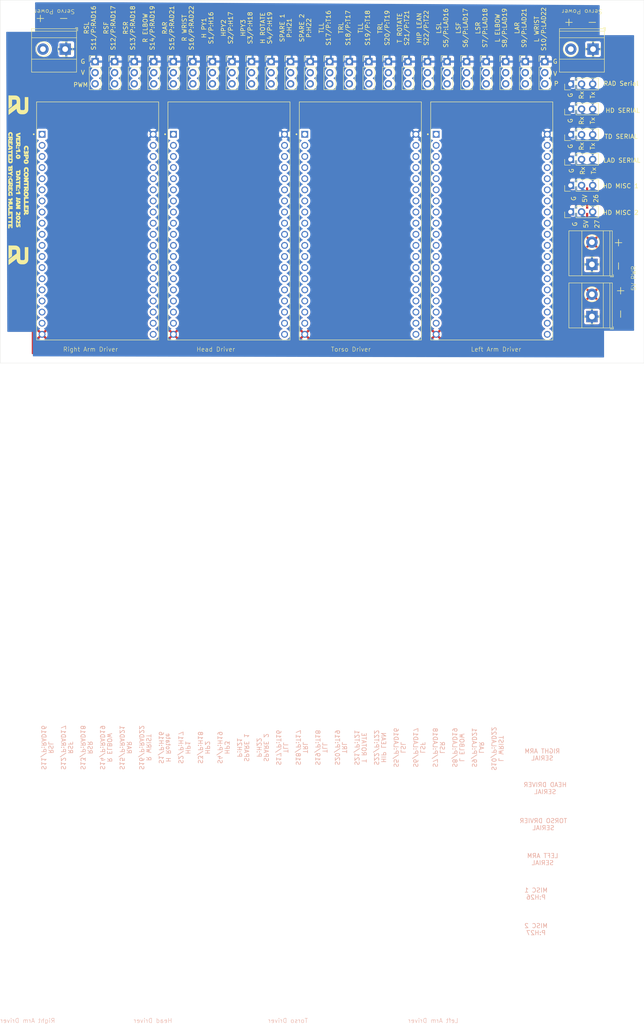
<source format=kicad_pcb>
(kicad_pcb (version 20240108) (generator "pcbnew") (generator_version "8.0")
  (layers (0 "F.Cu" signal) (1 "In1.Cu" signal) (2 "In2.Cu" signal) (31 "B.Cu" signal) (34 "B.Paste" user) (35 "F.Paste" user) (36 "B.SilkS" user "B.Silkscreen") (37 "F.SilkS" user "F.Silkscreen") (38 "B.Mask" user) (39 "F.Mask" user) (44 "Edge.Cuts" user))
  (net 0 "")
  (net 111 "GND")
  (net 112 "SVR_PWR")
  (net 113 "SRV_1")
  (net 114 "SRV_2")
  (net 115 "SRV_3")
  (net 116 "SRV_4")
  (net 117 "SRV_5")
  (net 118 "SRV_6")
  (net 119 "SRV_7")
  (net 120 "SRV_8")
  (net 121 "SRV_9")
  (net 122 "SRV_10")
  (net 123 "SRV_11")
  (net 124 "SRV_12")
  (net 125 "SRV_13")
  (net 126 "SRV_14")
  (net 127 "SRV_15")
  (net 128 "SRV_16")
  (net 129 "SRV_17")
  (net 130 "SRV_18")
  (net 131 "SRV_19")
  (net 132 "SRV_20")
  (net 133 "SRV_21")
  (net 134 "SRV_22")
  (net 135 "SPR_1")
  (net 136 "SPR_2")
  (net 137 "MISC_1")
  (net 138 "5V")
  (net 139 "MISC_2")
  (net 140 "H_TX")
  (net 141 "H_RX")
  (net 142 "LA_RX")
  (net 143 "LA_TX")
  (net 144 "RA_RX")
  (net 145 "RA_TX")
  (net 146 "T_TX")
  (net 147 "T_RX")
  (footprint "02-Logos:C3P0_Controller" (layer "F.Cu") (at 78.486 94.114931 -90)
    (property "Reference" "G***" (hide yes))
    (property "Value" "LOGO" (hide yes))
  )
  (footprint "Connector_PinHeader_2.54mm:PinHeader_1x03_P2.54mm_Vertical" (layer "F.Cu") (at 185.391025 67.005)
    (property "Reference" "J7" (hide yes))
    (property "Value" "Servo 7" (hide yes))
    (pad "1" thru_hole rect (at 0 0) (size 1.7 1.7) (drill 1) (layers "*.Cu" "*.Mask") (net 111 "GND"))
    (pad "2" thru_hole oval (at 0 2.54) (size 1.7 1.7) (drill 1) (layers "*.Cu" "*.Mask") (net 112 "SVR_PWR"))
    (pad "3" thru_hole oval (at 0 5.08) (size 1.7 1.7) (drill 1) (layers "*.Cu" "*.Mask") (net 119 "SRV_7"))
  )
  (footprint "Connector_PinHeader_2.54mm:PinHeader_1x03_P2.54mm_Vertical" (layer "F.Cu") (at 167.514301 67.005)
    (property "Reference" "J21" (hide yes))
    (property "Value" "Servo 21" (hide yes))
    (pad "1" thru_hole rect (at 0 0) (size 1.7 1.7) (drill 1) (layers "*.Cu" "*.Mask") (net 111 "GND"))
    (pad "2" thru_hole oval (at 0 2.54) (size 1.7 1.7) (drill 1) (layers "*.Cu" "*.Mask") (net 112 "SVR_PWR"))
    (pad "3" thru_hole oval (at 0 5.08) (size 1.7 1.7) (drill 1) (layers "*.Cu" "*.Mask") (net 133 "SRV_21"))
  )
  (footprint "01-Custom:MODULE_ESP32-DEVKITC-32D" (layer "F.Cu") (at 156.638 103.371)
    (property "Reference" "U3" (hide yes))
    (property "Value" "Torso Driver" (hide yes))
    (pad "J2-1" thru_hole rect (at -12.7 -19.76) (size 1.56 1.56) (drill 1.04) (layers "*.Cu" "*.Mask"))
    (pad "J2-2" thru_hole circle (at -12.7 -17.22) (size 1.56 1.56) (drill 1.04) (layers "*.Cu" "*.Mask"))
    (pad "J2-3" thru_hole circle (at -12.7 -14.68) (size 1.56 1.56) (drill 1.04) (layers "*.Cu" "*.Mask"))
    (pad "J2-4" thru_hole circle (at -12.7 -12.14) (size 1.56 1.56) (drill 1.04) (layers "*.Cu" "*.Mask"))
    (pad "J2-5" thru_hole circle (at -12.7 -9.6) (size 1.56 1.56) (drill 1.04) (layers "*.Cu" "*.Mask"))
    (pad "J2-6" thru_hole circle (at -12.7 -7.06) (size 1.56 1.56) (drill 1.04) (layers "*.Cu" "*.Mask"))
    (pad "J2-7" thru_hole circle (at -12.7 -4.52) (size 1.56 1.56) (drill 1.04) (layers "*.Cu" "*.Mask"))
    (pad "J2-8" thru_hole circle (at -12.7 -1.98) (size 1.56 1.56) (drill 1.04) (layers "*.Cu" "*.Mask"))
    (pad "J2-9" thru_hole circle (at -12.7 0.56) (size 1.56 1.56) (drill 1.04) (layers "*.Cu" "*.Mask"))
    (pad "J2-10" thru_hole circle (at -12.7 3.1) (size 1.56 1.56) (drill 1.04) (layers "*.Cu" "*.Mask"))
    (pad "J2-11" thru_hole circle (at -12.7 5.64) (size 1.56 1.56) (drill 1.04) (layers "*.Cu" "*.Mask"))
    (pad "J2-12" thru_hole circle (at -12.7 8.18) (size 1.56 1.56) (drill 1.04) (layers "*.Cu" "*.Mask"))
    (pad "J2-13" thru_hole circle (at -12.7 10.72) (size 1.56 1.56) (drill 1.04) (layers "*.Cu" "*.Mask"))
    (pad "J2-14" thru_hole circle (at -12.7 13.26) (size 1.56 1.56) (drill 1.04) (layers "*.Cu" "*.Mask"))
    (pad "J2-15" thru_hole circle (at -12.7 15.8) (size 1.56 1.56) (drill 1.04) (layers "*.Cu" "*.Mask"))
    (pad "J2-16" thru_hole circle (at -12.7 18.34) (size 1.56 1.56) (drill 1.04) (layers "*.Cu" "*.Mask"))
    (pad "J2-17" thru_hole circle (at -12.7 20.88) (size 1.56 1.56) (drill 1.04) (layers "*.Cu" "*.Mask"))
    (pad "J2-18" thru_hole circle (at -12.7 23.42) (size 1.56 1.56) (drill 1.04) (layers "*.Cu" "*.Mask"))
    (pad "J2-19" thru_hole circle (at -12.7 25.96) (size 1.56 1.56) (drill 1.04) (layers "*.Cu" "*.Mask") (net 138 "5V"))
    (pad "J3-1" thru_hole circle (at 12.7 -19.76) (size 1.56 1.56) (drill 1.04) (layers "*.Cu" "*.Mask") (net 111 "GND"))
    (pad "J3-2" thru_hole circle (at 12.7 -17.22) (size 1.56 1.56) (drill 1.04) (layers "*.Cu" "*.Mask"))
    (pad "J3-3" thru_hole circle (at 12.7 -14.68) (size 1.56 1.56) (drill 1.04) (layers "*.Cu" "*.Mask") (net 134 "SRV_22"))
    (pad "J3-4" thru_hole circle (at 12.7 -12.14) (size 1.56 1.56) (drill 1.04) (layers "*.Cu" "*.Mask") (net 146 "T_TX"))
    (pad "J3-5" thru_hole circle (at 12.7 -9.6) (size 1.56 1.56) (drill 1.04) (layers "*.Cu" "*.Mask") (net 147 "T_RX"))
    (pad "J3-6" thru_hole circle (at 12.7 -7.06) (size 1.56 1.56) (drill 1.04) (layers "*.Cu" "*.Mask") (net 133 "SRV_21"))
    (pad "J3-7" thru_hole circle (at 12.7 -4.52) (size 1.56 1.56) (drill 1.04) (layers "*.Cu" "*.Mask"))
    (pad "J3-8" thru_hole circle (at 12.7 -1.98) (size 1.56 1.56) (drill 1.04) (layers "*.Cu" "*.Mask") (net 132 "SRV_20"))
    (pad "J3-9" thru_hole circle (at 12.7 0.56) (size 1.56 1.56) (drill 1.04) (layers "*.Cu" "*.Mask") (net 131 "SRV_19"))
    (pad "J3-10" thru_hole circle (at 12.7 3.1) (size 1.56 1.56) (drill 1.04) (layers "*.Cu" "*.Mask"))
    (pad "J3-11" thru_hole circle (at 12.7 5.64) (size 1.56 1.56) (drill 1.04) (layers "*.Cu" "*.Mask") (net 130 "SRV_18"))
    (pad "J3-12" thru_hole circle (at 12.7 8.18) (size 1.56 1.56) (drill 1.04) (layers "*.Cu" "*.Mask") (net 129 "SRV_17"))
    (pad "J3-13" thru_hole circle (at 12.7 10.72) (size 1.56 1.56) (drill 1.04) (layers "*.Cu" "*.Mask"))
    (pad "J3-14" thru_hole circle (at 12.7 13.26) (size 1.56 1.56) (drill 1.04) (layers "*.Cu" "*.Mask"))
    (pad "J3-15" thru_hole circle (at 12.7 15.8) (size 1.56 1.56) (drill 1.04) (layers "*.Cu" "*.Mask"))
    (pad "J3-16" thru_hole circle (at 12.7 18.34) (size 1.56 1.56) (drill 1.04) (layers "*.Cu" "*.Mask"))
    (pad "J3-17" thru_hole circle (at 12.7 20.88) (size 1.56 1.56) (drill 1.04) (layers "*.Cu" "*.Mask"))
    (pad "J3-18" thru_hole circle (at 12.7 23.42) (size 1.56 1.56) (drill 1.04) (layers "*.Cu" "*.Mask"))
    (pad "J3-19" thru_hole circle (at 12.7 25.96) (size 1.56 1.56) (drill 1.04) (layers "*.Cu" "*.Mask"))
  )
  (footprint "Connector_PinHeader_2.54mm:PinHeader_1x03_P2.54mm_Vertical" (layer "F.Cu") (at 118.35331 67.005)
    (property "Reference" "J16" (hide yes))
    (property "Value" "Servo 16" (hide yes))
    (pad "1" thru_hole rect (at 0 0) (size 1.7 1.7) (drill 1) (layers "*.Cu" "*.Mask") (net 111 "GND"))
    (pad "2" thru_hole oval (at 0 2.54) (size 1.7 1.7) (drill 1) (layers "*.Cu" "*.Mask") (net 112 "SVR_PWR"))
    (pad "3" thru_hole oval (at 0 5.08) (size 1.7 1.7) (drill 1) (layers "*.Cu" "*.Mask") (net 128 "SRV_16"))
  )
  (footprint "Connector_PinHeader_2.54mm:PinHeader_1x03_P2.54mm_Vertical" (layer "F.Cu") (at 176.452663 67.005)
    (property "Reference" "J5" (hide yes))
    (property "Value" "Servo 5" (hide yes))
    (pad "1" thru_hole rect (at 0 0) (size 1.7 1.7) (drill 1) (layers "*.Cu" "*.Mask") (net 111 "GND"))
    (pad "2" thru_hole oval (at 0 2.54) (size 1.7 1.7) (drill 1) (layers "*.Cu" "*.Mask") (net 112 "SVR_PWR"))
    (pad "3" thru_hole oval (at 0 5.08) (size 1.7 1.7) (drill 1) (layers "*.Cu" "*.Mask") (net 117 "SRV_5"))
  )
  (footprint "01-Custom:MODULE_ESP32-DEVKITC-32D" (layer "F.Cu") (at 96.588 103.371)
    (property "Reference" "U1" (hide yes))
    (property "Value" "Right Arm Driver" (hide yes))
    (pad "J2-1" thru_hole rect (at -12.7 -19.76) (size 1.56 1.56) (drill 1.04) (layers "*.Cu" "*.Mask"))
    (pad "J2-2" thru_hole circle (at -12.7 -17.22) (size 1.56 1.56) (drill 1.04) (layers "*.Cu" "*.Mask"))
    (pad "J2-3" thru_hole circle (at -12.7 -14.68) (size 1.56 1.56) (drill 1.04) (layers "*.Cu" "*.Mask"))
    (pad "J2-4" thru_hole circle (at -12.7 -12.14) (size 1.56 1.56) (drill 1.04) (layers "*.Cu" "*.Mask"))
    (pad "J2-5" thru_hole circle (at -12.7 -9.6) (size 1.56 1.56) (drill 1.04) (layers "*.Cu" "*.Mask"))
    (pad "J2-6" thru_hole circle (at -12.7 -7.06) (size 1.56 1.56) (drill 1.04) (layers "*.Cu" "*.Mask"))
    (pad "J2-7" thru_hole circle (at -12.7 -4.52) (size 1.56 1.56) (drill 1.04) (layers "*.Cu" "*.Mask"))
    (pad "J2-8" thru_hole circle (at -12.7 -1.98) (size 1.56 1.56) (drill 1.04) (layers "*.Cu" "*.Mask"))
    (pad "J2-9" thru_hole circle (at -12.7 0.56) (size 1.56 1.56) (drill 1.04) (layers "*.Cu" "*.Mask"))
    (pad "J2-10" thru_hole circle (at -12.7 3.1) (size 1.56 1.56) (drill 1.04) (layers "*.Cu" "*.Mask"))
    (pad "J2-11" thru_hole circle (at -12.7 5.64) (size 1.56 1.56) (drill 1.04) (layers "*.Cu" "*.Mask"))
    (pad "J2-12" thru_hole circle (at -12.7 8.18) (size 1.56 1.56) (drill 1.04) (layers "*.Cu" "*.Mask"))
    (pad "J2-13" thru_hole circle (at -12.7 10.72) (size 1.56 1.56) (drill 1.04) (layers "*.Cu" "*.Mask"))
    (pad "J2-14" thru_hole circle (at -12.7 13.26) (size 1.56 1.56) (drill 1.04) (layers "*.Cu" "*.Mask"))
    (pad "J2-15" thru_hole circle (at -12.7 15.8) (size 1.56 1.56) (drill 1.04) (layers "*.Cu" "*.Mask"))
    (pad "J2-16" thru_hole circle (at -12.7 18.34) (size 1.56 1.56) (drill 1.04) (layers "*.Cu" "*.Mask"))
    (pad "J2-17" thru_hole circle (at -12.7 20.88) (size 1.56 1.56) (drill 1.04) (layers "*.Cu" "*.Mask"))
    (pad "J2-18" thru_hole circle (at -12.7 23.42) (size 1.56 1.56) (drill 1.04) (layers "*.Cu" "*.Mask"))
    (pad "J2-19" thru_hole circle (at -12.7 25.96) (size 1.56 1.56) (drill 1.04) (layers "*.Cu" "*.Mask") (net 138 "5V"))
    (pad "J3-1" thru_hole circle (at 12.7 -19.76) (size 1.56 1.56) (drill 1.04) (layers "*.Cu" "*.Mask") (net 111 "GND"))
    (pad "J3-2" thru_hole circle (at 12.7 -17.22) (size 1.56 1.56) (drill 1.04) (layers "*.Cu" "*.Mask"))
    (pad "J3-3" thru_hole circle (at 12.7 -14.68) (size 1.56 1.56) (drill 1.04) (layers "*.Cu" "*.Mask") (net 128 "SRV_16"))
    (pad "J3-4" thru_hole circle (at 12.7 -12.14) (size 1.56 1.56) (drill 1.04) (layers "*.Cu" "*.Mask") (net 145 "RA_TX"))
    (pad "J3-5" thru_hole circle (at 12.7 -9.6) (size 1.56 1.56) (drill 1.04) (layers "*.Cu" "*.Mask") (net 144 "RA_RX"))
    (pad "J3-6" thru_hole circle (at 12.7 -7.06) (size 1.56 1.56) (drill 1.04) (layers "*.Cu" "*.Mask") (net 127 "SRV_15"))
    (pad "J3-7" thru_hole circle (at 12.7 -4.52) (size 1.56 1.56) (drill 1.04) (layers "*.Cu" "*.Mask"))
    (pad "J3-8" thru_hole circle (at 12.7 -1.98) (size 1.56 1.56) (drill 1.04) (layers "*.Cu" "*.Mask") (net 126 "SRV_14"))
    (pad "J3-9" thru_hole circle (at 12.7 0.56) (size 1.56 1.56) (drill 1.04) (layers "*.Cu" "*.Mask") (net 125 "SRV_13"))
    (pad "J3-10" thru_hole circle (at 12.7 3.1) (size 1.56 1.56) (drill 1.04) (layers "*.Cu" "*.Mask"))
    (pad "J3-11" thru_hole circle (at 12.7 5.64) (size 1.56 1.56) (drill 1.04) (layers "*.Cu" "*.Mask") (net 124 "SRV_12"))
    (pad "J3-12" thru_hole circle (at 12.7 8.18) (size 1.56 1.56) (drill 1.04) (layers "*.Cu" "*.Mask") (net 123 "SRV_11"))
    (pad "J3-13" thru_hole circle (at 12.7 10.72) (size 1.56 1.56) (drill 1.04) (layers "*.Cu" "*.Mask"))
    (pad "J3-14" thru_hole circle (at 12.7 13.26) (size 1.56 1.56) (drill 1.04) (layers "*.Cu" "*.Mask"))
    (pad "J3-15" thru_hole circle (at 12.7 15.8) (size 1.56 1.56) (drill 1.04) (layers "*.Cu" "*.Mask"))
    (pad "J3-16" thru_hole circle (at 12.7 18.34) (size 1.56 1.56) (drill 1.04) (layers "*.Cu" "*.Mask"))
    (pad "J3-17" thru_hole circle (at 12.7 20.88) (size 1.56 1.56) (drill 1.04) (layers "*.Cu" "*.Mask"))
    (pad "J3-18" thru_hole circle (at 12.7 23.42) (size 1.56 1.56) (drill 1.04) (layers "*.Cu" "*.Mask"))
    (pad "J3-19" thru_hole circle (at 12.7 25.96) (size 1.56 1.56) (drill 1.04) (layers "*.Cu" "*.Mask"))
  )
  (footprint "Connector_PinHeader_2.54mm:PinHeader_1x03_P2.54mm_Vertical" (layer "F.Cu") (at 204.66 77.856 90)
    (property "Reference" "J30" (hide yes))
    (property "Value" "Head Serial" (hide yes))
    (pad "1" thru_hole rect (at 0 0 90) (size 1.7 1.7) (drill 1) (layers "*.Cu" "*.Mask") (net 111 "GND"))
    (pad "2" thru_hole oval (at 0 2.54 90) (size 1.7 1.7) (drill 1) (layers "*.Cu" "*.Mask") (net 141 "H_RX"))
    (pad "3" thru_hole oval (at 0 5.08 90) (size 1.7 1.7) (drill 1) (layers "*.Cu" "*.Mask") (net 140 "H_TX"))
  )
  (footprint "MountingHole:MountingHole_3.2mm_M3" (layer "F.Cu") (at 216.154 132.334)
    (property "Reference" "REF**" (hide yes))
    (property "Value" "MountingHole_3.2mm_M3" (hide yes))
    (pad "" np_thru_hole circle (at 0 0) (size 3.2 3.2) (drill 3.2) (layers "F&B.Cu" "*.Mask"))
  )
  (footprint "Connector_PinHeader_2.54mm:PinHeader_1x03_P2.54mm_Vertical" (layer "F.Cu") (at 113.884129 67.005)
    (property "Reference" "J15" (hide yes))
    (property "Value" "Servo 15" (hide yes))
    (pad "1" thru_hole rect (at 0 0) (size 1.7 1.7) (drill 1) (layers "*.Cu" "*.Mask") (net 111 "GND"))
    (pad "2" thru_hole oval (at 0 2.54) (size 1.7 1.7) (drill 1) (layers "*.Cu" "*.Mask") (net 112 "SVR_PWR"))
    (pad "3" thru_hole oval (at 0 5.08) (size 1.7 1.7) (drill 1) (layers "*.Cu" "*.Mask") (net 127 "SRV_15"))
  )
  (footprint "Connector_PinHeader_2.54mm:PinHeader_1x03_P2.54mm_Vertical" (layer "F.Cu") (at 163.04512 67.005)
    (property "Reference" "J20" (hide yes))
    (property "Value" "Servo 20" (hide yes))
    (pad "1" thru_hole rect (at 0 0) (size 1.7 1.7) (drill 1) (layers "*.Cu" "*.Mask") (net 111 "GND"))
    (pad "2" thru_hole oval (at 0 2.54) (size 1.7 1.7) (drill 1) (layers "*.Cu" "*.Mask") (net 112 "SVR_PWR"))
    (pad "3" thru_hole oval (at 0 5.08) (size 1.7 1.7) (drill 1) (layers "*.Cu" "*.Mask") (net 132 "SRV_20"))
  )
  (footprint "Connector_PinHeader_2.54mm:PinHeader_1x03_P2.54mm_Vertical" (layer "F.Cu") (at 127.291672 67.005)
    (property "Reference" "J2" (hide yes))
    (property "Value" "Servo 2" (hide yes))
    (pad "1" thru_hole rect (at 0 0) (size 1.7 1.7) (drill 1) (layers "*.Cu" "*.Mask") (net 111 "GND"))
    (pad "2" thru_hole oval (at 0 2.54) (size 1.7 1.7) (drill 1) (layers "*.Cu" "*.Mask") (net 112 "SVR_PWR"))
    (pad "3" thru_hole oval (at 0 5.08) (size 1.7 1.7) (drill 1) (layers "*.Cu" "*.Mask") (net 114 "SRV_2"))
  )
  (footprint "TerminalBlock_Phoenix:TerminalBlock_Phoenix_MKDS-1,5-2-5.08_1x02_P5.08mm_Horizontal" (layer "F.Cu") (at 89.171 64.155 180)
    (property "Reference" "J50" (hide yes))
    (property "Value" "Servo Power Input" (hide yes))
    (pad "1" thru_hole rect (at 0 0 180) (size 2.6 2.6) (drill 1.3) (layers "*.Cu" "*.Mask") (net 111 "GND"))
    (pad "2" thru_hole circle (at 5.08 0 180) (size 2.6 2.6) (drill 1.3) (layers "*.Cu" "*.Mask") (net 112 "SVR_PWR"))
  )
  (footprint "Connector_PinHeader_2.54mm:PinHeader_1x03_P2.54mm_Vertical" (layer "F.Cu") (at 158.575939 67.005)
    (property "Reference" "J19" (hide yes))
    (property "Value" "Servo 19" (hide yes))
    (pad "1" thru_hole rect (at 0 0) (size 1.7 1.7) (drill 1) (layers "*.Cu" "*.Mask") (net 111 "GND"))
    (pad "2" thru_hole oval (at 0 2.54) (size 1.7 1.7) (drill 1) (layers "*.Cu" "*.Mask") (net 112 "SVR_PWR"))
    (pad "3" thru_hole oval (at 0 5.08) (size 1.7 1.7) (drill 1) (layers "*.Cu" "*.Mask") (net 131 "SRV_19"))
  )
  (footprint "Connector_PinHeader_2.54mm:PinHeader_1x03_P2.54mm_Vertical" (layer "F.Cu") (at 104.945767 67.005)
    (property "Reference" "J13" (hide yes))
    (property "Value" "Servo 13" (hide yes))
    (pad "1" thru_hole rect (at 0 0) (size 1.7 1.7) (drill 1) (layers "*.Cu" "*.Mask") (net 111 "GND"))
    (pad "2" thru_hole oval (at 0 2.54) (size 1.7 1.7) (drill 1) (layers "*.Cu" "*.Mask") (net 112 "SVR_PWR"))
    (pad "3" thru_hole oval (at 0 5.08) (size 1.7 1.7) (drill 1) (layers "*.Cu" "*.Mask") (net 125 "SRV_13"))
  )
  (footprint "Connector_PinHeader_2.54mm:PinHeader_1x03_P2.54mm_Vertical" (layer "F.Cu") (at 204.66 83.718 90)
    (property "Reference" "J33" (hide yes))
    (property "Value" "Torso Serial" (hide yes))
    (pad "1" thru_hole rect (at 0 0 90) (size 1.7 1.7) (drill 1) (layers "*.Cu" "*.Mask") (net 111 "GND"))
    (pad "2" thru_hole oval (at 0 2.54 90) (size 1.7 1.7) (drill 1) (layers "*.Cu" "*.Mask") (net 147 "T_RX"))
    (pad "3" thru_hole oval (at 0 5.08 90) (size 1.7 1.7) (drill 1) (layers "*.Cu" "*.Mask") (net 146 "T_TX"))
  )
  (footprint "Connector_PinHeader_2.54mm:PinHeader_1x03_P2.54mm_Vertical" (layer "F.Cu") (at 145.168396 67.005)
    (property "Reference" "J24" (hide yes))
    (property "Value" "SPARE Servo 1" (hide yes))
    (pad "1" thru_hole rect (at 0 0) (size 1.7 1.7) (drill 1) (layers "*.Cu" "*.Mask") (net 111 "GND"))
    (pad "2" thru_hole oval (at 0 2.54) (size 1.7 1.7) (drill 1) (layers "*.Cu" "*.Mask") (net 112 "SVR_PWR"))
    (pad "3" thru_hole oval (at 0 5.08) (size 1.7 1.7) (drill 1) (layers "*.Cu" "*.Mask") (net 136 "SPR_2"))
  )
  (footprint "Connector_PinHeader_2.54mm:PinHeader_1x03_P2.54mm_Vertical" (layer "F.Cu") (at 96.007405 67.005)
    (property "Reference" "J11" (hide yes))
    (property "Value" "Servo 11" (hide yes))
    (pad "1" thru_hole rect (at 0 0) (size 1.7 1.7) (drill 1) (layers "*.Cu" "*.Mask") (net 111 "GND"))
    (pad "2" thru_hole oval (at 0 2.54) (size 1.7 1.7) (drill 1) (layers "*.Cu" "*.Mask") (net 112 "SVR_PWR"))
    (pad "3" thru_hole oval (at 0 5.08) (size 1.7 1.7) (drill 1) (layers "*.Cu" "*.Mask") (net 123 "SRV_11"))
  )
  (footprint "Connector_PinHeader_2.54mm:PinHeader_1x03_P2.54mm_Vertical" (layer "F.Cu") (at 204.66 101.356 90)
    (property "Reference" "J26" (hide yes))
    (property "Value" "Misc 2" (hide yes))
    (pad "1" thru_hole rect (at 0 0 90) (size 1.7 1.7) (drill 1) (layers "*.Cu" "*.Mask") (net 111 "GND"))
    (pad "2" thru_hole oval (at 0 2.54 90) (size 1.7 1.7) (drill 1) (layers "*.Cu" "*.Mask") (net 138 "5V"))
    (pad "3" thru_hole oval (at 0 5.08 90) (size 1.7 1.7) (drill 1) (layers "*.Cu" "*.Mask") (net 139 "MISC_2"))
  )
  (footprint "Connector_PinHeader_2.54mm:PinHeader_1x03_P2.54mm_Vertical" (layer "F.Cu") (at 171.983482 67.005)
    (property "Reference" "J22" (hide yes))
    (property "Value" "Servo 22" (hide yes))
    (pad "1" thru_hole rect (at 0 0) (size 1.7 1.7) (drill 1) (layers "*.Cu" "*.Mask") (net 111 "GND"))
    (pad "2" thru_hole oval (at 0 2.54) (size 1.7 1.7) (drill 1) (layers "*.Cu" "*.Mask") (net 112 "SVR_PWR"))
    (pad "3" thru_hole oval (at 0 5.08) (size 1.7 1.7) (drill 1) (layers "*.Cu" "*.Mask") (net 134 "SRV_22"))
  )
  (footprint "Connector_PinHeader_2.54mm:PinHeader_1x03_P2.54mm_Vertical" (layer "F.Cu") (at 180.921844 67.005)
    (property "Reference" "J6" (hide yes))
    (property "Value" "Servo 6" (hide yes))
    (pad "1" thru_hole rect (at 0 0) (size 1.7 1.7) (drill 1) (layers "*.Cu" "*.Mask") (net 111 "GND"))
    (pad "2" thru_hole oval (at 0 2.54) (size 1.7 1.7) (drill 1) (layers "*.Cu" "*.Mask") (net 112 "SVR_PWR"))
    (pad "3" thru_hole oval (at 0 5.08) (size 1.7 1.7) (drill 1) (layers "*.Cu" "*.Mask") (net 118 "SRV_6"))
  )
  (footprint "01-Custom:MODULE_ESP32-DEVKITC-32D" (layer "F.Cu") (at 186.663 103.371)
    (property "Reference" "U4" (hide yes))
    (property "Value" "Left Arm Driver" (hide yes))
    (pad "J2-1" thru_hole rect (at -12.7 -19.76) (size 1.56 1.56) (drill 1.04) (layers "*.Cu" "*.Mask"))
    (pad "J2-2" thru_hole circle (at -12.7 -17.22) (size 1.56 1.56) (drill 1.04) (layers "*.Cu" "*.Mask"))
    (pad "J2-3" thru_hole circle (at -12.7 -14.68) (size 1.56 1.56) (drill 1.04) (layers "*.Cu" "*.Mask"))
    (pad "J2-4" thru_hole circle (at -12.7 -12.14) (size 1.56 1.56) (drill 1.04) (layers "*.Cu" "*.Mask"))
    (pad "J2-5" thru_hole circle (at -12.7 -9.6) (size 1.56 1.56) (drill 1.04) (layers "*.Cu" "*.Mask"))
    (pad "J2-6" thru_hole circle (at -12.7 -7.06) (size 1.56 1.56) (drill 1.04) (layers "*.Cu" "*.Mask"))
    (pad "J2-7" thru_hole circle (at -12.7 -4.52) (size 1.56 1.56) (drill 1.04) (layers "*.Cu" "*.Mask"))
    (pad "J2-8" thru_hole circle (at -12.7 -1.98) (size 1.56 1.56) (drill 1.04) (layers "*.Cu" "*.Mask"))
    (pad "J2-9" thru_hole circle (at -12.7 0.56) (size 1.56 1.56) (drill 1.04) (layers "*.Cu" "*.Mask"))
    (pad "J2-10" thru_hole circle (at -12.7 3.1) (size 1.56 1.56) (drill 1.04) (layers "*.Cu" "*.Mask"))
    (pad "J2-11" thru_hole circle (at -12.7 5.64) (size 1.56 1.56) (drill 1.04) (layers "*.Cu" "*.Mask"))
    (pad "J2-12" thru_hole circle (at -12.7 8.18) (size 1.56 1.56) (drill 1.04) (layers "*.Cu" "*.Mask"))
    (pad "J2-13" thru_hole circle (at -12.7 10.72) (size 1.56 1.56) (drill 1.04) (layers "*.Cu" "*.Mask"))
    (pad "J2-14" thru_hole circle (at -12.7 13.26) (size 1.56 1.56) (drill 1.04) (layers "*.Cu" "*.Mask"))
    (pad "J2-15" thru_hole circle (at -12.7 15.8) (size 1.56 1.56) (drill 1.04) (layers "*.Cu" "*.Mask"))
    (pad "J2-16" thru_hole circle (at -12.7 18.34) (size 1.56 1.56) (drill 1.04) (layers "*.Cu" "*.Mask"))
    (pad "J2-17" thru_hole circle (at -12.7 20.88) (size 1.56 1.56) (drill 1.04) (layers "*.Cu" "*.Mask"))
    (pad "J2-18" thru_hole circle (at -12.7 23.42) (size 1.56 1.56) (drill 1.04) (layers "*.Cu" "*.Mask"))
    (pad "J2-19" thru_hole circle (at -12.7 25.96) (size 1.56 1.56) (drill 1.04) (layers "*.Cu" "*.Mask") (net 138 "5V"))
    (pad "J3-1" thru_hole circle (at 12.7 -19.76) (size 1.56 1.56) (drill 1.04) (layers "*.Cu" "*.Mask") (net 111 "GND"))
    (pad "J3-2" thru_hole circle (at 12.7 -17.22) (size 1.56 1.56) (drill 1.04) (layers "*.Cu" "*.Mask"))
    (pad "J3-3" thru_hole circle (at 12.7 -14.68) (size 1.56 1.56) (drill 1.04) (layers "*.Cu" "*.Mask") (net 122 "SRV_10"))
    (pad "J3-4" thru_hole circle (at 12.7 -12.14) (size 1.56 1.56) (drill 1.04) (layers "*.Cu" "*.Mask") (net 143 "LA_TX"))
    (pad "J3-5" thru_hole circle (at 12.7 -9.6) (size 1.56 1.56) (drill 1.04) (layers "*.Cu" "*.Mask") (net 142 "LA_RX"))
    (pad "J3-6" thru_hole circle (at 12.7 -7.06) (size 1.56 1.56) (drill 1.04) (layers "*.Cu" "*.Mask") (net 121 "SRV_9"))
    (pad "J3-7" thru_hole circle (at 12.7 -4.52) (size 1.56 1.56) (drill 1.04) (layers "*.Cu" "*.Mask"))
    (pad "J3-8" thru_hole circle (at 12.7 -1.98) (size 1.56 1.56) (drill 1.04) (layers "*.Cu" "*.Mask") (net 120 "SRV_8"))
    (pad "J3-9" thru_hole circle (at 12.7 0.56) (size 1.56 1.56) (drill 1.04) (layers "*.Cu" "*.Mask") (net 119 "SRV_7"))
    (pad "J3-10" thru_hole circle (at 12.7 3.1) (size 1.56 1.56) (drill 1.04) (layers "*.Cu" "*.Mask"))
    (pad "J3-11" thru_hole circle (at 12.7 5.64) (size 1.56 1.56) (drill 1.04) (layers "*.Cu" "*.Mask") (net 118 "SRV_6"))
    (pad "J3-12" thru_hole circle (at 12.7 8.18) (size 1.56 1.56) (drill 1.04) (layers "*.Cu" "*.Mask") (net 117 "SRV_5"))
    (pad "J3-13" thru_hole circle (at 12.7 10.72) (size 1.56 1.56) (drill 1.04) (layers "*.Cu" "*.Mask"))
    (pad "J3-14" thru_hole circle (at 12.7 13.26) (size 1.56 1.56) (drill 1.04) (layers "*.Cu" "*.Mask"))
    (pad "J3-15" thru_hole circle (at 12.7 15.8) (size 1.56 1.56) (drill 1.04) (layers "*.Cu" "*.Mask"))
    (pad "J3-16" thru_hole circle (at 12.7 18.34) (size 1.56 1.56) (drill 1.04) (layers "*.Cu" "*.Mask"))
    (pad "J3-17" thru_hole circle (at 12.7 20.88) (size 1.56 1.56) (drill 1.04) (layers "*.Cu" "*.Mask"))
    (pad "J3-18" thru_hole circle (at 12.7 23.42) (size 1.56 1.56) (drill 1.04) (layers "*.Cu" "*.Mask"))
    (pad "J3-19" thru_hole circle (at 12.7 25.96) (size 1.56 1.56) (drill 1.04) (layers "*.Cu" "*.Mask"))
  )
  (footprint "Connector_PinHeader_2.54mm:PinHeader_1x03_P2.54mm_Vertical" (layer "F.Cu") (at 204.66 72.1355 90)
    (property "Reference" "J32" (hide yes))
    (property "Value" "Right Arm Serial" (hide yes))
    (pad "1" thru_hole rect (at 0 0 90) (size 1.7 1.7) (drill 1) (layers "*.Cu" "*.Mask") (net 111 "GND"))
    (pad "2" thru_hole oval (at 0 2.54 90) (size 1.7 1.7) (drill 1) (layers "*.Cu" "*.Mask") (net 144 "RA_RX"))
    (pad "3" thru_hole oval (at 0 5.08 90) (size 1.7 1.7) (drill 1) (layers "*.Cu" "*.Mask") (net 145 "RA_TX"))
  )
  (footprint "Connector_PinHeader_2.54mm:PinHeader_1x03_P2.54mm_Vertical" (layer "F.Cu") (at 131.760853 67.005)
    (property "Reference" "J3" (hide yes))
    (property "Value" "Servo 3" (hide yes))
    (pad "1" thru_hole rect (at 0 0) (size 1.7 1.7) (drill 1) (layers "*.Cu" "*.Mask") (net 111 "GND"))
    (pad "2" thru_hole oval (at 0 2.54) (size 1.7 1.7) (drill 1) (layers "*.Cu" "*.Mask") (net 112 "SVR_PWR"))
    (pad "3" thru_hole oval (at 0 5.08) (size 1.7 1.7) (drill 1) (layers "*.Cu" "*.Mask") (net 115 "SRV_3"))
  )
  (footprint "Connector_PinHeader_2.54mm:PinHeader_1x03_P2.54mm_Vertical" (layer "F.Cu") (at 122.822491 67.005)
    (property "Reference" "J1" (hide yes))
    (property "Value" "Servo 1" (hide yes))
    (pad "1" thru_hole rect (at 0 0) (size 1.7 1.7) (drill 1) (layers "*.Cu" "*.Mask") (net 111 "GND"))
    (pad "2" thru_hole oval (at 0 2.54) (size 1.7 1.7) (drill 1) (layers "*.Cu" "*.Mask") (net 112 "SVR_PWR"))
    (pad "3" thru_hole oval (at 0 5.08) (size 1.7 1.7) (drill 1) (layers "*.Cu" "*.Mask") (net 113 "SRV_1"))
  )
  (footprint "Connector_PinHeader_2.54mm:PinHeader_1x03_P2.54mm_Vertical" (layer "F.Cu") (at 154.106758 67.005)
    (property "Reference" "J18" (hide yes))
    (property "Value" "Servo 18" (hide yes))
    (pad "1" thru_hole rect (at 0 0) (size 1.7 1.7) (drill 1) (layers "*.Cu" "*.Mask") (net 111 "GND"))
    (pad "2" thru_hole oval (at 0 2.54) (size 1.7 1.7) (drill 1) (layers "*.Cu" "*.Mask") (net 112 "SVR_PWR"))
    (pad "3" thru_hole oval (at 0 5.08) (size 1.7 1.7) (drill 1) (layers "*.Cu" "*.Mask") (net 130 "SRV_18"))
  )
  (footprint "Connector_PinHeader_2.54mm:PinHeader_1x03_P2.54mm_Vertical" (layer "F.Cu") (at 140.699215 67.005)
    (property "Reference" "J23" (hide yes))
    (property "Value" "Spare Servo 1" (hide yes))
    (pad "1" thru_hole rect (at 0 0) (size 1.7 1.7) (drill 1) (layers "*.Cu" "*.Mask") (net 111 "GND"))
    (pad "2" thru_hole oval (at 0 2.54) (size 1.7 1.7) (drill 1) (layers "*.Cu" "*.Mask") (net 112 "SVR_PWR"))
    (pad "3" thru_hole oval (at 0 5.08) (size 1.7 1.7) (drill 1) (layers "*.Cu" "*.Mask") (net 135 "SPR_1"))
  )
  (footprint "Connector_PinHeader_2.54mm:PinHeader_1x03_P2.54mm_Vertical" (layer "F.Cu") (at 136.230034 67.005)
    (property "Reference" "J4" (hide yes))
    (property "Value" "Servo 4" (hide yes))
    (pad "1" thru_hole rect (at 0 0) (size 1.7 1.7) (drill 1) (layers "*.Cu" "*.Mask") (net 111 "GND"))
    (pad "2" thru_hole oval (at 0 2.54) (size 1.7 1.7) (drill 1) (layers "*.Cu" "*.Mask") (net 112 "SVR_PWR"))
    (pad "3" thru_hole oval (at 0 5.08) (size 1.7 1.7) (drill 1) (layers "*.Cu" "*.Mask") (net 116 "SRV_4"))
  )
  (footprint "MountingHole:MountingHole_3.2mm_M3" (layer "F.Cu") (at 77.978 132.334)
    (property "Reference" "REF**" (hide yes))
    (property "Value" "MountingHole_3.2mm_M3" (hide yes))
    (pad "" np_thru_hole circle (at 0 0) (size 3.2 3.2) (drill 3.2) (layers "F&B.Cu" "*.Mask"))
  )
  (footprint "Connector_PinHeader_2.54mm:PinHeader_1x03_P2.54mm_Vertical" (layer "F.Cu") (at 149.637577 67.005)
    (property "Reference" "J17" (hide yes))
    (property "Value" "Servo 17" (hide yes))
    (pad "1" thru_hole rect (at 0 0) (size 1.7 1.7) (drill 1) (layers "*.Cu" "*.Mask") (net 111 "GND"))
    (pad "2" thru_hole oval (at 0 2.54) (size 1.7 1.7) (drill 1) (layers "*.Cu" "*.Mask") (net 112 "SVR_PWR"))
    (pad "3" thru_hole oval (at 0 5.08) (size 1.7 1.7) (drill 1) (layers "*.Cu" "*.Mask") (net 129 "SRV_17"))
  )
  (footprint "TerminalBlock_Phoenix:TerminalBlock_Phoenix_MKDS-1,5-2-5.08_1x02_P5.08mm_Horizontal" (layer "F.Cu") (at 209.567 125.267 90)
    (property "Reference" "J51" (hide yes))
    (property "Value" "5V Input" (hide yes))
    (pad "1" thru_hole rect (at 0 0 90) (size 2.6 2.6) (drill 1.3) (layers "*.Cu" "*.Mask") (net 111 "GND"))
    (pad "2" thru_hole circle (at 5.08 0 90) (size 2.6 2.6) (drill 1.3) (layers "*.Cu" "*.Mask") (net 138 "5V"))
  )
  (footprint "02-Logos:R2_Logo_V2" (layer "F.Cu") (at 78.132372 76.962 -90)
    (property "Reference" "G***" (hide yes))
    (property "Value" "LOGO" (hide yes))
  )
  (footprint "TerminalBlock_Phoenix:TerminalBlock_Phoenix_MKDS-1,5-2-5.08_1x02_P5.08mm_Horizontal" (layer "F.Cu") (at 209.821 64.155 180)
    (property "Reference" "J27" (hide yes))
    (property "Value" "Servo Power Input" (hide yes))
    (pad "1" thru_hole rect (at 0 0 180) (size 2.6 2.6) (drill 1.3) (layers "*.Cu" "*.Mask") (net 111 "GND"))
    (pad "2" thru_hole circle (at 5.08 0 180) (size 2.6 2.6) (drill 1.3) (layers "*.Cu" "*.Mask") (net 112 "SVR_PWR"))
  )
  (footprint "MountingHole:MountingHole_3.2mm_M3" (layer "F.Cu") (at 216.154 56.642)
    (property "Reference" "REF**" (hide yes))
    (property "Value" "MountingHole_3.2mm_M3" (hide yes))
    (pad "" np_thru_hole circle (at 0 0) (size 3.2 3.2) (drill 3.2) (layers "*.Cu" "*.Mask"))
  )
  (footprint "Connector_PinHeader_2.54mm:PinHeader_1x03_P2.54mm_Vertical" (layer "F.Cu") (at 194.329387 67.005)
    (property "Reference" "J9" (hide yes))
    (property "Value" "Servo 9" (hide yes))
    (pad "1" thru_hole rect (at 0 0) (size 1.7 1.7) (drill 1) (layers "*.Cu" "*.Mask") (net 111 "GND"))
    (pad "2" thru_hole oval (at 0 2.54) (size 1.7 1.7) (drill 1) (layers "*.Cu" "*.Mask") (net 112 "SVR_PWR"))
    (pad "3" thru_hole oval (at 0 5.08) (size 1.7 1.7) (drill 1) (layers "*.Cu" "*.Mask") (net 121 "SRV_9"))
  )
  (footprint "TerminalBlock_Phoenix:TerminalBlock_Phoenix_MKDS-1,5-2-5.08_1x02_P5.08mm_Horizontal" (layer "F.Cu") (at 209.567 113.353 90)
    (property "Reference" "J28" (hide yes))
    (property "Value" "5V Input" (hide yes))
    (pad "1" thru_hole rect (at 0 0 90) (size 2.6 2.6) (drill 1.3) (layers "*.Cu" "*.Mask") (net 111 "GND"))
    (pad "2" thru_hole circle (at 5.08 0 90) (size 2.6 2.6) (drill 1.3) (layers "*.Cu" "*.Mask") (net 138 "5V"))
  )
  (footprint "Connector_PinHeader_2.54mm:PinHeader_1x03_P2.54mm_Vertical" (layer "F.Cu") (at 100.476586 67.005)
    (property "Reference" "J12" (hide yes))
    (property "Value" "Servo 12" (hide yes))
    (pad "1" thru_hole rect (at 0 0) (size 1.7 1.7) (drill 1) (layers "*.Cu" "*.Mask") (net 111 "GND"))
    (pad "2" thru_hole oval (at 0 2.54) (size 1.7 1.7) (drill 1) (layers "*.Cu" "*.Mask") (net 112 "SVR_PWR"))
    (pad "3" thru_hole oval (at 0 5.08) (size 1.7 1.7) (drill 1) (layers "*.Cu" "*.Mask") (net 124 "SRV_12"))
  )
  (footprint "01-Custom:MODULE_ESP32-DEVKITC-32D" (layer "F.Cu") (at 126.613 103.371)
    (property "Reference" "U2" (hide yes))
    (property "Value" "Head Driver" (hide yes))
    (pad "J2-1" thru_hole rect (at -12.7 -19.76) (size 1.56 1.56) (drill 1.04) (layers "*.Cu" "*.Mask"))
    (pad "J2-2" thru_hole circle (at -12.7 -17.22) (size 1.56 1.56) (drill 1.04) (layers "*.Cu" "*.Mask"))
    (pad "J2-3" thru_hole circle (at -12.7 -14.68) (size 1.56 1.56) (drill 1.04) (layers "*.Cu" "*.Mask"))
    (pad "J2-4" thru_hole circle (at -12.7 -12.14) (size 1.56 1.56) (drill 1.04) (layers "*.Cu" "*.Mask"))
    (pad "J2-5" thru_hole circle (at -12.7 -9.6) (size 1.56 1.56) (drill 1.04) (layers "*.Cu" "*.Mask"))
    (pad "J2-6" thru_hole circle (at -12.7 -7.06) (size 1.56 1.56) (drill 1.04) (layers "*.Cu" "*.Mask"))
    (pad "J2-7" thru_hole circle (at -12.7 -4.52) (size 1.56 1.56) (drill 1.04) (layers "*.Cu" "*.Mask"))
    (pad "J2-8" thru_hole circle (at -12.7 -1.98) (size 1.56 1.56) (drill 1.04) (layers "*.Cu" "*.Mask"))
    (pad "J2-9" thru_hole circle (at -12.7 0.56) (size 1.56 1.56) (drill 1.04) (layers "*.Cu" "*.Mask"))
    (pad "J2-10" thru_hole circle (at -12.7 3.1) (size 1.56 1.56) (drill 1.04) (layers "*.Cu" "*.Mask") (net 137 "MISC_1"))
    (pad "J2-11" thru_hole circle (at -12.7 5.64) (size 1.56 1.56) (drill 1.04) (layers "*.Cu" "*.Mask") (net 139 "MISC_2"))
    (pad "J2-12" thru_hole circle (at -12.7 8.18) (size 1.56 1.56) (drill 1.04) (layers "*.Cu" "*.Mask"))
    (pad "J2-13" thru_hole circle (at -12.7 10.72) (size 1.56 1.56) (drill 1.04) (layers "*.Cu" "*.Mask"))
    (pad "J2-14" thru_hole circle (at -12.7 13.26) (size 1.56 1.56) (drill 1.04) (layers "*.Cu" "*.Mask"))
    (pad "J2-15" thru_hole circle (at -12.7 15.8) (size 1.56 1.56) (drill 1.04) (layers "*.Cu" "*.Mask"))
    (pad "J2-16" thru_hole circle (at -12.7 18.34) (size 1.56 1.56) (drill 1.04) (layers "*.Cu" "*.Mask"))
    (pad "J2-17" thru_hole circle (at -12.7 20.88) (size 1.56 1.56) (drill 1.04) (layers "*.Cu" "*.Mask"))
    (pad "J2-18" thru_hole circle (at -12.7 23.42) (size 1.56 1.56) (drill 1.04) (layers "*.Cu" "*.Mask"))
    (pad "J2-19" thru_hole circle (at -12.7 25.96) (size 1.56 1.56) (drill 1.04) (layers "*.Cu" "*.Mask") (net 138 "5V"))
    (pad "J3-1" thru_hole circle (at 12.7 -19.76) (size 1.56 1.56) (drill 1.04) (layers "*.Cu" "*.Mask") (net 111 "GND"))
    (pad "J3-2" thru_hole circle (at 12.7 -17.22) (size 1.56 1.56) (drill 1.04) (layers "*.Cu" "*.Mask"))
    (pad "J3-3" thru_hole circle (at 12.7 -14.68) (size 1.56 1.56) (drill 1.04) (layers "*.Cu" "*.Mask") (net 136 "SPR_2"))
    (pad "J3-4" thru_hole circle (at 12.7 -12.14) (size 1.56 1.56) (drill 1.04) (layers "*.Cu" "*.Mask") (net 140 "H_TX"))
    (pad "J3-5" thru_hole circle (at 12.7 -9.6) (size 1.56 1.56) (drill 1.04) (layers "*.Cu" "*.Mask") (net 141 "H_RX"))
    (pad "J3-6" thru_hole circle (at 12.7 -7.06) (size 1.56 1.56) (drill 1.04) (layers "*.Cu" "*.Mask") (net 135 "SPR_1"))
    (pad "J3-7" thru_hole circle (at 12.7 -4.52) (size 1.56 1.56) (drill 1.04) (layers "*.Cu" "*.Mask"))
    (pad "J3-8" thru_hole circle (at 12.7 -1.98) (size 1.56 1.56) (drill 1.04) (layers "*.Cu" "*.Mask") (net 116 "SRV_4"))
    (pad "J3-9" thru_hole circle (at 12.7 0.56) (size 1.56 1.56) (drill 1.04) (layers "*.Cu" "*.Mask") (net 115 "SRV_3"))
    (pad "J3-10" thru_hole circle (at 12.7 3.1) (size 1.56 1.56) (drill 1.04) (layers "*.Cu" "*.Mask"))
    (pad "J3-11" thru_hole circle (at 12.7 5.64) (size 1.56 1.56) (drill 1.04) (layers "*.Cu" "*.Mask") (net 114 "SRV_2"))
    (pad "J3-12" thru_hole circle (at 12.7 8.18) (size 1.56 1.56) (drill 1.04) (layers "*.Cu" "*.Mask") (net 113 "SRV_1"))
    (pad "J3-13" thru_hole circle (at 12.7 10.72) (size 1.56 1.56) (drill 1.04) (layers "*.Cu" "*.Mask"))
    (pad "J3-14" thru_hole circle (at 12.7 13.26) (size 1.56 1.56) (drill 1.04) (layers "*.Cu" "*.Mask"))
    (pad "J3-15" thru_hole circle (at 12.7 15.8) (size 1.56 1.56) (drill 1.04) (layers "*.Cu" "*.Mask"))
    (pad "J3-16" thru_hole circle (at 12.7 18.34) (size 1.56 1.56) (drill 1.04) (layers "*.Cu" "*.Mask"))
    (pad "J3-17" thru_hole circle (at 12.7 20.88) (size 1.56 1.56) (drill 1.04) (layers "*.Cu" "*.Mask"))
    (pad "J3-18" thru_hole circle (at 12.7 23.42) (size 1.56 1.56) (drill 1.04) (layers "*.Cu" "*.Mask"))
    (pad "J3-19" thru_hole circle (at 12.7 25.96) (size 1.56 1.56) (drill 1.04) (layers "*.Cu" "*.Mask"))
  )
  (footprint "MountingHole:MountingHole_3.2mm_M3" (layer "F.Cu") (at 77.978 56.642)
    (property "Reference" "REF**" (hide yes))
    (property "Value" "MountingHole_3.2mm_M3" (hide yes))
    (pad "" np_thru_hole circle (at 0 0) (size 3.2 3.2) (drill 3.2) (layers "F&B.Cu" "*.Mask"))
  )
  (footprint "Connector_PinHeader_2.54mm:PinHeader_1x03_P2.54mm_Vertical" (layer "F.Cu") (at 109.414948 67.005)
    (property "Reference" "J14" (hide yes))
    (property "Value" "Servo 14" (hide yes))
    (pad "1" thru_hole rect (at 0 0) (size 1.7 1.7) (drill 1) (layers "*.Cu" "*.Mask") (net 111 "GND"))
    (pad "2" thru_hole oval (at 0 2.54) (size 1.7 1.7) (drill 1) (layers "*.Cu" "*.Mask") (net 112 "SVR_PWR"))
    (pad "3" thru_hole oval (at 0 5.08) (size 1.7 1.7) (drill 1) (layers "*.Cu" "*.Mask") (net 126 "SRV_14"))
  )
  (footprint "Connector_PinHeader_2.54mm:PinHeader_1x03_P2.54mm_Vertical" (layer "F.Cu") (at 204.66 89.344 90)
    (property "Reference" "J31" (hide yes))
    (property "Value" "Left Arm Serial" (hide yes))
    (pad "1" thru_hole rect (at 0 0 90) (size 1.7 1.7) (drill 1) (layers "*.Cu" "*.Mask") (net 111 "GND"))
    (pad "2" thru_hole oval (at 0 2.54 90) (size 1.7 1.7) (drill 1) (layers "*.Cu" "*.Mask") (net 142 "LA_RX"))
    (pad "3" thru_hole oval (at 0 5.08 90) (size 1.7 1.7) (drill 1) (layers "*.Cu" "*.Mask") (net 143 "LA_TX"))
  )
  (footprint "Connector_PinHeader_2.54mm:PinHeader_1x03_P2.54mm_Vertical" (layer "F.Cu") (at 198.798569 67.005)
    (property "Reference" "J10" (hide yes))
    (property "Value" "Servo 10" (hide yes))
    (pad "1" thru_hole rect (at 0 0) (size 1.7 1.7) (drill 1) (layers "*.Cu" "*.Mask") (net 111 "GND"))
    (pad "2" thru_hole oval (at 0 2.54) (size 1.7 1.7) (drill 1) (layers "*.Cu" "*.Mask") (net 112 "SVR_PWR"))
    (pad "3" thru_hole oval (at 0 5.08) (size 1.7 1.7) (drill 1) (layers "*.Cu" "*.Mask") (net 122 "SRV_10"))
  )
  (footprint "Connector_PinHeader_2.54mm:PinHeader_1x03_P2.54mm_Vertical" (layer "F.Cu") (at 204.66 95.308 90)
    (property "Reference" "J25" (hide yes))
    (property "Value" "Misc 1" (hide yes))
    (pad "1" thru_hole rect (at 0 0 90) (size 1.7 1.7) (drill 1) (layers "*.Cu" "*.Mask") (net 111 "GND"))
    (pad "2" thru_hole oval (at 0 2.54 90) (size 1.7 1.7) (drill 1) (layers "*.Cu" "*.Mask") (net 138 "5V"))
    (pad "3" thru_hole oval (at 0 5.08 90) (size 1.7 1.7) (drill 1) (layers "*.Cu" "*.Mask") (net 137 "MISC_1"))
  )
  (footprint "Connector_PinHeader_2.54mm:PinHeader_1x03_P2.54mm_Vertical" (layer "F.Cu") (at 189.860206 67.005)
    (property "Reference" "J8" (hide yes))
    (property "Value" "Servo 8" (hide yes))
    (pad "1" thru_hole rect (at 0 0) (size 1.7 1.7) (drill 1) (layers "*.Cu" "*.Mask") (net 111 "GND"))
    (pad "2" thru_hole oval (at 0 2.54) (size 1.7 1.7) (drill 1) (layers "*.Cu" "*.Mask") (net 112 "SVR_PWR"))
    (pad "3" thru_hole oval (at 0 5.08) (size 1.7 1.7) (drill 1) (layers "*.Cu" "*.Mask") (net 120 "SRV_8"))
  )
  (footprint "02-Logos:R2_Logo_V2" (layer "F.Cu") (at 78.132372 111.252 -90)
    (property "Reference" "G***" (hide yes))
    (property "Value" "LOGO" (hide yes))
  )
  (gr_line (start 74.342 135.89) (end 74.342 52.956006) (stroke (width 0.05)) (layer "Edge.Cuts"))
  (gr_line (start 221.468 135.89) (end 74.342 135.89) (stroke (width 0.05)) (layer "Edge.Cuts"))
  (gr_line (start 221.468 52.956) (end 221.468 135.89) (stroke (width 0.05)) (layer "Edge.Cuts"))
  (gr_line (start 74.342 52.956) (end 221.468 52.956) (stroke (width 0.05)) (layer "Edge.Cuts"))
  (gr_text "Left Arm Driver" (at 167.493808 286.766 -0) (layer "B.SilkS") (effects (font (size 1 1) (thickness 0.1)) (justify right bottom mirror)))
  (gr_text "Right Arm Driver" (at 74.275808 286.766 -0) (layer "B.SilkS") (effects (font (size 1 1) (thickness 0.1)) (justify right bottom mirror)))
  (gr_text "RSF\nS12/P:RAD17" (at 88.156218 223.774 -90) (layer "B.SilkS") (effects (font (size 1 1) (thickness 0.153)) (justify bottom mirror)))
  (gr_text "TLL\nS17/P:T16" (at 137.360186 223.774 -90) (layer "B.SilkS") (effects (font (size 1 1) (thickness 0.153)) (justify bottom mirror)))
  (gr_text "RAR\nS15/P:RAD21" (at 101.575482 223.774 -90) (layer "B.SilkS") (effects (font (size 1 1) (thickness 0.153)) (justify bottom mirror)))
  (gr_text "R WRIST\nS16/P:RAD22" (at 106.04857 223.774 -90) (layer "B.SilkS") (effects (font (size 1 1) (thickness 0.153)) (justify bottom mirror)))
  (gr_text "R ELBOW\nS14/P:RAD19" (at 97.102394 223.774 -90) (layer "B.SilkS") (effects (font (size 1 1) (thickness 0.153)) (justify bottom mirror)))
  (gr_text "Torso Driver" (at 135.489808 286.766 -0) (layer "B.SilkS") (effects (font (size 1 1) (thickness 0.1)) (justify right bottom mirror)))
  (gr_text "SPARE 2\nP:H22" (at 132.887098 223.773999 -90) (layer "B.SilkS") (effects (font (size 1 1) (thickness 0.153)) (justify bottom mirror)))
  (gr_text "H Rotate\nS1/P:H16" (at 110.521658 223.773999 -90) (layer "B.SilkS") (effects (font (size 1 1) (thickness 0.153)) (justify bottom mirror)))
  (gr_text "RIGHT ARM\nSERIAL" (at 198.221336 226.784 -0) (layer "B.SilkS") (effects (font (size 1 1) (thickness 0.153)) (justify bottom mirror)))
  (gr_text "HP2\nS3/P:H18" (at 119.467834 223.773999 -90) (layer "B.SilkS") (effects (font (size 1 1) (thickness 0.153)) (justify bottom mirror)))
  (gr_text "SPARE 1\nP:H21" (at 128.41401 223.773999 -90) (layer "B.SilkS") (effects (font (size 1 1) (thickness 0.153)) (justify bottom mirror)))
  (gr_text "HP1\nS2/P:H17" (at 114.994746 223.773999 -90) (layer "B.SilkS") (effects (font (size 1 1) (thickness 0.153)) (justify bottom mirror)))
  (gr_text "TLL\nS19/P:T18" (at 146.306362 223.774 -90) (layer "B.SilkS") (effects (font (size 1 1) (thickness 0.153)) (justify bottom mirror)))
  (gr_text "RSR\nS13/P:RAD18" (at 92.629306 223.774 -90) (layer "B.SilkS") (effects (font (size 1 1) (thickness 0.153)) (justify bottom mirror)))
  (gr_text "LAR\nS9/P:LAD21" (at 182.091066 223.773999 -90) (layer "B.SilkS") (effects (font (size 1 1) (thickness 0.153)) (justify bottom mirror)))
  (gr_text "TRL\nS18/P:T17" (at 141.833274 223.774 -90) (layer "B.SilkS") (effects (font (size 1 1) (thickness 0.153)) (justify bottom mirror)))
  (gr_text "HIP LEAN\nS22/P:T22" (at 159.725626 223.774 -90) (layer "B.SilkS") (effects (font (size 1 1) (thickness 0.153)) (justify bottom mirror)))
  (gr_text "Head Driver" (at 104.755808 286.766 -0) (layer "B.SilkS") (effects (font (size 1 1) (thickness 0.1)) (justify right bottom mirror)))
  (gr_text "L ELBOW\nS8/P:LAD19" (at 177.617978 223.773999 -90) (layer "B.SilkS") (effects (font (size 1 1) (thickness 0.153)) (justify bottom mirror)))
  (gr_text "LSF\nS6/P:LAD17" (at 168.671802 223.773999 -90) (layer "B.SilkS") (effects (font (size 1 1) (thickness 0.153)) (justify bottom mirror)))
  (gr_text "LEFT ARM\nSERIAL" (at 198.309336 250.698 -0) (layer "B.SilkS") (effects (font (size 1 1) (thickness 0.153)) (justify bottom mirror)))
  (gr_text "MISC 1\nP:H26" (at 196.785336 258.572 -0) (layer "B.SilkS") (effects (font (size 1 1) (thickness 0.153)) (justify bottom mirror)))
  (gr_text "HP3\nS4/P:H19" (at 123.940922 223.773999 -90) (layer "B.SilkS") (effects (font (size 1 1) (thickness 0.153)) (justify bottom mirror)))
  (gr_text "T ROTATE\nS21/P:T21" (at 155.252538 223.774 -90) (layer "B.SilkS") (effects (font (size 1 1) (thickness 0.153)) (justify bottom mirror)))
  (gr_text "L WRIST\nS10/P:LAD22" (at 186.564174 224.028 -90) (layer "B.SilkS") (effects (font (size 1 1) (thickness 0.153)) (justify bottom mirror)))
  (gr_text "LSL\nS5/P:LAD16" (at 164.198714 223.773999 -90) (layer "B.SilkS") (effects (font (size 1 1) (thickness 0.153)) (justify bottom mirror)))
  (gr_text "TRL\nS20/P:T19" (at 150.77945 223.774 -90) (layer "B.SilkS") (effects (font (size 1 1) (thickness 0.153)) (justify bottom mirror)))
  (gr_text "TORSO DRVIER\nSERIAL" (at 198.468668 242.706 -0) (layer "B.SilkS") (effects (font (size 1 1) (thickness 0.153)) (justify bottom mirror)))
  (gr_text "MISC 2\nP:H27" (at 196.785336 266.7 -0) (layer "B.SilkS") (effects (font (size 1 1) (thickness 0.153)) (justify bottom mirror)))
  (gr_text "HEAD DRIVER\nSERIAL" (at 198.877502 234.4655 -0) (layer "B.SilkS") (effects (font (size 1 1) (thickness 0.153)) (justify bottom mirror)))
  (gr_text "LSR\nS7/P:LAD18" (at 173.14489 223.773999 -90) (layer "B.SilkS") (effects (font (size 1 1) (thickness 0.153)) (justify bottom mirror)))
  (gr_text "RSL\nS11/P:RAD16" (at 83.68313 223.774 -90) (layer "B.SilkS") (effects (font (size 1 1) (thickness 0.153)) (justify bottom mirror)))
  (gr_text "L WRIST\nS10/P:LAD22" (at 199.136 59.57245 90) (layer "F.SilkS") (effects (font (size 1 1) (thickness 0.153)) (justify bottom)))
  (gr_text "SPARE 2\nP:H22" (at 145.458924 59.318449 90) (layer "F.SilkS") (effects (font (size 1 1) (thickness 0.153)) (justify bottom)))
  (gr_text "Right Arm Driver" (at 88.646 133.35 0) (layer "F.SilkS") (effects (font (size 1 1) (thickness 0.1)) (justify left bottom)))
  (gr_text "HPY3\nS3/P:H18" (at 132.03966 59.318449 90) (layer "F.SilkS") (effects (font (size 1 1) (thickness 0.153)) (justify bottom)))
  (gr_text "RSL\nS11/P:RAD16" (at 96.254956 59.31845 90) (layer "F.SilkS") (effects (font (size 1 1) (thickness 0.153)) (justify bottom)))
  (gr_text "RAD Serial" (at 216.242 72.606 0) (layer "F.SilkS") (effects (font (size 1 1) (thickness 0.153)) (justify bottom)))
  (gr_text "HD SERIAL" (at 216.601834 78.7635 0) (layer "F.SilkS") (effects (font (size 1 1) (thickness 0.153)) (justify bottom)))
  (gr_text "H ROTATE\nS4/P:H19" (at 136.512748 59.318449 90) (layer "F.SilkS") (effects (font (size 1 1) (thickness 0.153)) (justify bottom)))
  (gr_text "-" (at 90.17 56.134 180) (layer "F.SilkS") (effects (font (size 2 2)) (justify left bottom)))
  (gr_text "-" (at 216.662 115.062 90) (layer "F.SilkS") (effects (font (size 2 2)) (justify left bottom)))
  (gr_text "-" (at 210.984 57.026 180) (layer "F.SilkS") (effects (font (size 2 2)) (justify left bottom)))
  (gr_text "TRL\nS20/P:T19" (at 163.351276 59.31845 90) (layer "F.SilkS") (effects (font (size 1 1) (thickness 0.153)) (justify bottom)))
  (gr_text "TRL\nS18/P:T17" (at 154.4051 59.31845 90) (layer "F.SilkS") (effects (font (size 1 1) (thickness 0.153)) (justify bottom)))
  (gr_text "LSL\nS5/P:LAD16" (at 176.77054 59.318449 90) (layer "F.SilkS") (effects (font (size 1 1) (thickness 0.153)) (justify bottom)))
  (gr_text "HD MISC 2" (at 216.154 102.108 0) (layer "F.SilkS") (effects (font (size 1 1) (thickness 0.153)) (justify bottom)))
  (gr_text "Torso Driver" (at 149.86 133.35 0) (layer "F.SilkS") (effects (font (size 1 1) (thickness 0.1)) (justify left bottom)))
  (gr_text "27" (at 211.33 104.149 90) (layer "F.SilkS") (effects (font (size 1 1) (thickness 0.153)) (justify bottom)))
  (gr_text "HPY2\nS2/P:H17" (at 127.566572 59.318449 90) (layer "F.SilkS") (effects (font (size 1 1) (thickness 0.153)) (justify bottom)))
  (gr_text "T ROTATE\nS21/P:T21" (at 167.824364 59.31845 90) (layer "F.SilkS") (effects (font (size 1 1) (thickness 0.153)) (justify bottom)))
  (gr_text "HIP LEAN\nS22/P:T22" (at 172.297452 59.31845 90) (layer "F.SilkS") (effects (font (size 1 1) (thickness 0.153)) (justify bottom)))
  (gr_text "TLL\nS17/P:T16" (at 149.932012 59.31845 90) (layer "F.SilkS") (effects (font (size 1 1) (thickness 0.153)) (justify bottom)))
  (gr_text "G" (at 206.25 104.149 90) (layer "F.SilkS") (effects (font (size 1 1) (thickness 0.153)) (justify bottom)))
  (gr_text "-" (at 217.142 126.046 90) (layer "F.SilkS") (effects (font (size 2 2)) (justify left bottom)))
  (gr_text "LSF\nS6/P:LAD17" (at 181.243628 59.318449 90) (layer "F.SilkS") (effects (font (size 1 1) (thickness 0.153)) (justify bottom)))
  (gr_text "G" (at 205.486 91.948 90) (layer "F.SilkS") (effects (font (size 1 1) (thickness 0.153)) (justify bottom)))
  (gr_text "RAR\nS15/P:RAD21" (at 114.147308 59.31845 90) (layer "F.SilkS") (effects (font (size 1 1) (thickness 0.153)) (justify bottom)))
  (gr_text "RSR\nS13/P:RAD18" (at 105.201132 59.31845 90) (layer "F.SilkS") (effects (font (size 1 1) (thickness 0.153)) (justify bottom)))
  (gr_text "Tx" (at 210.566 91.948 90) (layer "F.SilkS") (effects (font (size 1 1) (thickness 0.153)) (justify bottom)))
  (gr_text "P" (at 201.422 72.644 0) (layer "F.SilkS") (effects (font (size 1 1) (thickness 0.153)) (justify bottom)))
  (gr_text "G" (at 93.218 67.564 0) (layer "F.SilkS") (effects (font (size 1 1) (thickness 0.153)) (justify bottom)))
  (gr_text "TLL\nS19/P:T18" (at 158.878188 59.31845 90) (layer "F.SilkS") (effects (font (size 1 1) (thickness 0.153)) (justify bottom)))
  (gr_text "Rx" (at 207.772 80.518 90) (layer "F.SilkS") (effects (font (size 1 1) (thickness 0.153)) (justify bottom)))
  (gr_text "+" (at 216.662 109.728 90) (layer "F.SilkS") (effects (font (size 2 2)) (justify left bottom)))
  (gr_text "RSF\nS12/P:RAD17" (at 100.728044 59.31845 90) (layer "F.SilkS") (effects (font (size 1 1) (thickness 0.153)) (justify bottom)))
  (gr_text "H PY1\nS1/P:H16" (at 123.093484 59.318449 90) (layer "F.SilkS") (effects (font (size 1 1) (thickness 0.153)) (justify bottom)))
  (gr_text "5V" (at 208.79 104.149 90) (layer "F.SilkS") (effects (font (size 1 1) (thickness 0.153)) (justify bottom)))
  (gr_text "HD MISC 1\n" (at 216.154 96.012 0) (layer "F.SilkS") (effects (font (size 1 1) (thickness 0.153)) (justify bottom)))
  (gr_text "Rx" (at 208.026 91.948 90) (layer "F.SilkS") (effects (font (size 1 1) (thickness 0.153)) (justify bottom)))
  (gr_text "G" (at 205.994 98.298 90) (layer "F.SilkS") (effects (font (size 1 1) (thickness 0.153)) (justify bottom)))
  (gr_text "R WRIST\nS16/P:RAD22" (at 118.620396 59.31845 90) (layer "F.SilkS") (effects (font (size 1 1) (thickness 0.153)) (justify bottom)))
  (gr_text "Rx" (at 207.772 86.36 90) (layer "F.SilkS") (effects (font (size 1 1) (thickness 0.153)) (justify bottom)))
  (gr_text "SPARE 1\nP:H21" (at 140.985836 59.318449 90) (layer "F.SilkS") (effects (font (size 1 1) (thickness 0.153)) (justify bottom)))
  (gr_text "Tx" (at 210.312 80.518 90) (layer "F.SilkS") (effects (font (size 1 1) (thickness 0.153)) (justify bottom)))
  (gr_text "+" (at 205.65 57.026 180) (layer "F.SilkS") (effects (font (size 2 2)) (justify left bottom)))
  (gr_text "G" (at 205.232 86.36 90) (layer "F.SilkS") (effects (font (size 1 1) (thickness 0.153)) (justify bottom)))
  (gr_text "Tx" (at 210.312 74.676 90) (layer "F.SilkS") (effects (font (size 1 1) (thickness 0.153)) (justify bottom)))
  (gr_text "5V" (at 208.534 98.298 90) (layer "F.SilkS") (effects (font (size 1 1) (thickness 0.153)) (justify bottom)))
  (gr_text "+" (at 84.836 56.134 180) (layer "F.SilkS") (effects (font (size 2 2)) (justify left bottom)))
  (gr_text "Servo Power" (at 212 54.994 180) (layer "F.SilkS") (effects (font (size 1 1) (thickness 0.1)) (justify left bottom)))
  (gr_text "L ELBOW\nS8/P:LAD19" (at 190.189804 59.318449 90) (layer "F.SilkS") (effects (font (size 1 1) (thickness 0.153)) (justify bottom)))
  (gr_text "R ELBOW\nS14/P:RAD19" (at 109.67422 59.31845 90) (layer "F.SilkS") (effects (font (size 1 1) (thickness 0.153)) (justify bottom)))
  (gr_text "Servo Power" (at 91.44 54.994 180) (layer "F.SilkS") (effects (font (size 1 1) (thickness 0.1)) (justify left bottom)))
  (gr_text "G" (at 201.168 67.564 0) (layer "F.SilkS") (effects (font (size 1 1) (thickness 0.153)) (justify bottom)))
  (gr_text "G" (at 205.232 80.518 90) (layer "F.SilkS") (effects (font (size 1 1) (thickness 0.153)) (justify bottom)))
  (gr_text "Head Driver" (at 119.126 133.35 0) (layer "F.SilkS") (effects (font (size 1 1) (thickness 0.1)) (justify left bottom)))
  (gr_text "LAR\nS9/P:LAD21" (at 194.662892 59.318449 90) (layer "F.SilkS") (effects (font (size 1 1) (thickness 0.153)) (justify bottom)))
  (gr_text "Left Arm Driver" (at 181.864 133.35 0) (layer "F.SilkS") (effects (font (size 1 1) (thickness 0.1)) (justify left bottom)))
  (gr_text "Tx" (at 210.312 86.36 90) (layer "F.SilkS") (effects (font (size 1 1) (thickness 0.153)) (justify bottom)))
  (gr_text "+" (at 217.142 120.712 90) (layer "F.SilkS") (effects (font (size 2 2)) (justify left bottom)))
  (gr_text "Rx" (at 207.772 74.676 90) (layer "F.SilkS") (effects (font (size 1 1) (thickness 0.153)) (justify bottom)))
  (gr_text "V" (at 201.168 70.358 0) (layer "F.SilkS") (effects (font (size 1 1) (thickness 0.153)) (justify bottom)))
  (gr_text "TD SERIAL" (at 216.248668 84.718 0) (layer "F.SilkS") (effects (font (size 1 1) (thickness 0.153)) (justify bottom)))
  (gr_text "V" (at 93.218 70.104 0) (layer "F.SilkS") (effects (font (size 1 1) (thickness 0.153)) (justify bottom)))
  (gr_text "5V PWR" (at 219.682 119.442 90) (layer "F.SilkS") (effects (font (size 1 1) (thickness 0.1)) (justify left bottom)))
  (gr_text "G" (at 205.232 74.676 90) (layer "F.SilkS") (effects (font (size 1 1) (thickness 0.153)) (justify bottom)))
  (gr_text "LAD SERIAL" (at 216.408 90.17 0) (layer "F.SilkS") (effects (font (size 1 1) (thickness 0.153)) (justify bottom)))
  (gr_text "26" (at 211.074 98.298 90) (layer "F.SilkS") (effects (font (size 1 1) (thickness 0.153)) (justify bottom)))
  (gr_text "PWM" (at 92.71 72.898 0) (layer "F.SilkS") (effects (font (size 1 1) (thickness 0.153)) (justify bottom)))
  (gr_text "LSR\nS7/P:LAD18" (at 185.716716 59.318449 90) (layer "F.SilkS") (effects (font (size 1 1) (thickness 0.153)) (justify bottom)))
  (zone (net 138) (net_name "5V") (layer "F.Cu") (priority 2) (connect_pads (clearance 0.5)) (min_thickness 0.25) (fill yes (thermal_gap 0.5) (thermal_bridge_width 0.5))
    (polygon (pts (xy 217.17 127.762) (xy 217.424 95.758) (xy 204.724 95.758) (xy 204.47 124.206) (xy 81.534 124.46) (xy 81.534 133.858) (xy 211.582 133.35) (xy 211.582 127.762)))
  )
  (zone (net 111) (net_name "GND") (layer "B.Cu") (priority 1) (connect_pads (clearance 0.5)) (min_thickness 0.25) (fill yes (thermal_gap 0.5) (thermal_bridge_width 0.5))
    (polygon (pts (xy 75.692 60.198) (xy 82.296 60.198) (xy 82.296 53.34) (xy 211.328 54.102) (xy 211.328 60.96) (xy 219.202 60.96) (xy 219.202 128.524) (xy 212.344 128.524) (xy 212.344 134.62) (xy 81.788 134.366) (xy 81.788 128.778) (xy 75.946 128.778)))
  )
)
</source>
